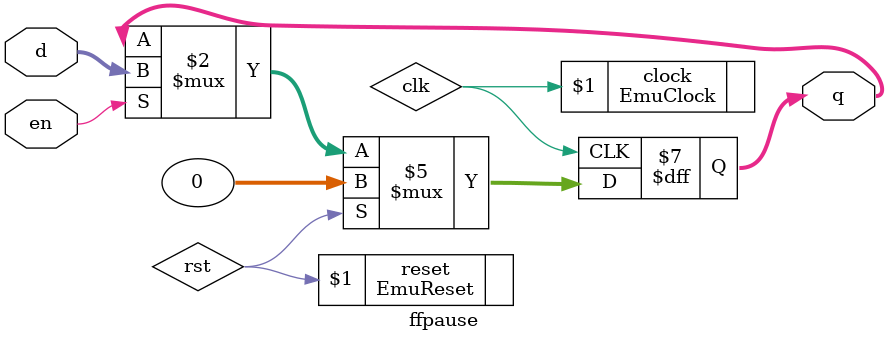
<source format=v>
`timescale 1 ns / 1 ps

module ffpause(
    input en,
    input [31:0] d,
    output reg [31:0] q
);

    wire clk, rst;
    EmuClock clock(clk);
    EmuReset reset(rst);

    always @(posedge clk) begin
        if (rst) q <= 32'd0;
        else if (en) q <= d;
    end

endmodule

</source>
